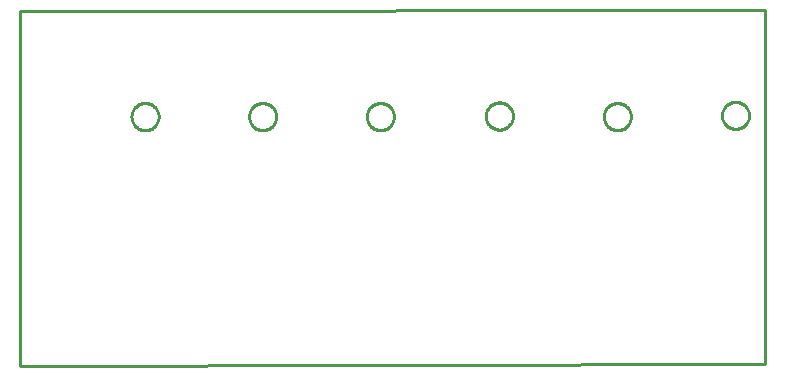
<source format=gbr>
G04 EAGLE Gerber RS-274X export*
G75*
%MOMM*%
%FSLAX34Y34*%
%LPD*%
%IN*%
%IPPOS*%
%AMOC8*
5,1,8,0,0,1.08239X$1,22.5*%
G01*
%ADD10C,0.254000*%


D10*
X-20000Y0D02*
X611000Y1100D01*
X611000Y301100D01*
X-20000Y300000D01*
X-20000Y0D01*
X97200Y210248D02*
X97129Y209347D01*
X96988Y208455D01*
X96777Y207576D01*
X96498Y206717D01*
X96152Y205882D01*
X95741Y205077D01*
X95269Y204306D01*
X94738Y203575D01*
X94151Y202888D01*
X93512Y202249D01*
X92825Y201662D01*
X92094Y201131D01*
X91323Y200659D01*
X90518Y200248D01*
X89683Y199902D01*
X88824Y199623D01*
X87945Y199412D01*
X87053Y199271D01*
X86152Y199200D01*
X85248Y199200D01*
X84347Y199271D01*
X83455Y199412D01*
X82576Y199623D01*
X81717Y199902D01*
X80882Y200248D01*
X80077Y200659D01*
X79306Y201131D01*
X78575Y201662D01*
X77888Y202249D01*
X77249Y202888D01*
X76662Y203575D01*
X76131Y204306D01*
X75659Y205077D01*
X75248Y205882D01*
X74902Y206717D01*
X74623Y207576D01*
X74412Y208455D01*
X74271Y209347D01*
X74200Y210248D01*
X74200Y211152D01*
X74271Y212053D01*
X74412Y212945D01*
X74623Y213824D01*
X74902Y214683D01*
X75248Y215518D01*
X75659Y216323D01*
X76131Y217094D01*
X76662Y217825D01*
X77249Y218512D01*
X77888Y219151D01*
X78575Y219738D01*
X79306Y220269D01*
X80077Y220741D01*
X80882Y221152D01*
X81717Y221498D01*
X82576Y221777D01*
X83455Y221988D01*
X84347Y222129D01*
X85248Y222200D01*
X86152Y222200D01*
X87053Y222129D01*
X87945Y221988D01*
X88824Y221777D01*
X89683Y221498D01*
X90518Y221152D01*
X91323Y220741D01*
X92094Y220269D01*
X92825Y219738D01*
X93512Y219151D01*
X94151Y218512D01*
X94738Y217825D01*
X95269Y217094D01*
X95741Y216323D01*
X96152Y215518D01*
X96498Y214683D01*
X96777Y213824D01*
X96988Y212945D01*
X97129Y212053D01*
X97200Y211152D01*
X97200Y210248D01*
X196800Y210248D02*
X196729Y209347D01*
X196588Y208455D01*
X196377Y207576D01*
X196098Y206717D01*
X195752Y205882D01*
X195341Y205077D01*
X194869Y204306D01*
X194338Y203575D01*
X193751Y202888D01*
X193112Y202249D01*
X192425Y201662D01*
X191694Y201131D01*
X190923Y200659D01*
X190118Y200248D01*
X189283Y199902D01*
X188424Y199623D01*
X187545Y199412D01*
X186653Y199271D01*
X185752Y199200D01*
X184848Y199200D01*
X183947Y199271D01*
X183055Y199412D01*
X182176Y199623D01*
X181317Y199902D01*
X180482Y200248D01*
X179677Y200659D01*
X178906Y201131D01*
X178175Y201662D01*
X177488Y202249D01*
X176849Y202888D01*
X176262Y203575D01*
X175731Y204306D01*
X175259Y205077D01*
X174848Y205882D01*
X174502Y206717D01*
X174223Y207576D01*
X174012Y208455D01*
X173871Y209347D01*
X173800Y210248D01*
X173800Y211152D01*
X173871Y212053D01*
X174012Y212945D01*
X174223Y213824D01*
X174502Y214683D01*
X174848Y215518D01*
X175259Y216323D01*
X175731Y217094D01*
X176262Y217825D01*
X176849Y218512D01*
X177488Y219151D01*
X178175Y219738D01*
X178906Y220269D01*
X179677Y220741D01*
X180482Y221152D01*
X181317Y221498D01*
X182176Y221777D01*
X183055Y221988D01*
X183947Y222129D01*
X184848Y222200D01*
X185752Y222200D01*
X186653Y222129D01*
X187545Y221988D01*
X188424Y221777D01*
X189283Y221498D01*
X190118Y221152D01*
X190923Y220741D01*
X191694Y220269D01*
X192425Y219738D01*
X193112Y219151D01*
X193751Y218512D01*
X194338Y217825D01*
X194869Y217094D01*
X195341Y216323D01*
X195752Y215518D01*
X196098Y214683D01*
X196377Y213824D01*
X196588Y212945D01*
X196729Y212053D01*
X196800Y211152D01*
X196800Y210248D01*
X296400Y210248D02*
X296329Y209347D01*
X296188Y208455D01*
X295977Y207576D01*
X295698Y206717D01*
X295352Y205882D01*
X294941Y205077D01*
X294469Y204306D01*
X293938Y203575D01*
X293351Y202888D01*
X292712Y202249D01*
X292025Y201662D01*
X291294Y201131D01*
X290523Y200659D01*
X289718Y200248D01*
X288883Y199902D01*
X288024Y199623D01*
X287145Y199412D01*
X286253Y199271D01*
X285352Y199200D01*
X284448Y199200D01*
X283547Y199271D01*
X282655Y199412D01*
X281776Y199623D01*
X280917Y199902D01*
X280082Y200248D01*
X279277Y200659D01*
X278506Y201131D01*
X277775Y201662D01*
X277088Y202249D01*
X276449Y202888D01*
X275862Y203575D01*
X275331Y204306D01*
X274859Y205077D01*
X274448Y205882D01*
X274102Y206717D01*
X273823Y207576D01*
X273612Y208455D01*
X273471Y209347D01*
X273400Y210248D01*
X273400Y211152D01*
X273471Y212053D01*
X273612Y212945D01*
X273823Y213824D01*
X274102Y214683D01*
X274448Y215518D01*
X274859Y216323D01*
X275331Y217094D01*
X275862Y217825D01*
X276449Y218512D01*
X277088Y219151D01*
X277775Y219738D01*
X278506Y220269D01*
X279277Y220741D01*
X280082Y221152D01*
X280917Y221498D01*
X281776Y221777D01*
X282655Y221988D01*
X283547Y222129D01*
X284448Y222200D01*
X285352Y222200D01*
X286253Y222129D01*
X287145Y221988D01*
X288024Y221777D01*
X288883Y221498D01*
X289718Y221152D01*
X290523Y220741D01*
X291294Y220269D01*
X292025Y219738D01*
X292712Y219151D01*
X293351Y218512D01*
X293938Y217825D01*
X294469Y217094D01*
X294941Y216323D01*
X295352Y215518D01*
X295698Y214683D01*
X295977Y213824D01*
X296188Y212945D01*
X296329Y212053D01*
X296400Y211152D01*
X296400Y210248D01*
X397100Y210748D02*
X397029Y209847D01*
X396888Y208955D01*
X396677Y208076D01*
X396398Y207217D01*
X396052Y206382D01*
X395641Y205577D01*
X395169Y204806D01*
X394638Y204075D01*
X394051Y203388D01*
X393412Y202749D01*
X392725Y202162D01*
X391994Y201631D01*
X391223Y201159D01*
X390418Y200748D01*
X389583Y200402D01*
X388724Y200123D01*
X387845Y199912D01*
X386953Y199771D01*
X386052Y199700D01*
X385148Y199700D01*
X384247Y199771D01*
X383355Y199912D01*
X382476Y200123D01*
X381617Y200402D01*
X380782Y200748D01*
X379977Y201159D01*
X379206Y201631D01*
X378475Y202162D01*
X377788Y202749D01*
X377149Y203388D01*
X376562Y204075D01*
X376031Y204806D01*
X375559Y205577D01*
X375148Y206382D01*
X374802Y207217D01*
X374523Y208076D01*
X374312Y208955D01*
X374171Y209847D01*
X374100Y210748D01*
X374100Y211652D01*
X374171Y212553D01*
X374312Y213445D01*
X374523Y214324D01*
X374802Y215183D01*
X375148Y216018D01*
X375559Y216823D01*
X376031Y217594D01*
X376562Y218325D01*
X377149Y219012D01*
X377788Y219651D01*
X378475Y220238D01*
X379206Y220769D01*
X379977Y221241D01*
X380782Y221652D01*
X381617Y221998D01*
X382476Y222277D01*
X383355Y222488D01*
X384247Y222629D01*
X385148Y222700D01*
X386052Y222700D01*
X386953Y222629D01*
X387845Y222488D01*
X388724Y222277D01*
X389583Y221998D01*
X390418Y221652D01*
X391223Y221241D01*
X391994Y220769D01*
X392725Y220238D01*
X393412Y219651D01*
X394051Y219012D01*
X394638Y218325D01*
X395169Y217594D01*
X395641Y216823D01*
X396052Y216018D01*
X396398Y215183D01*
X396677Y214324D01*
X396888Y213445D01*
X397029Y212553D01*
X397100Y211652D01*
X397100Y210748D01*
X497000Y210248D02*
X496929Y209347D01*
X496788Y208455D01*
X496577Y207576D01*
X496298Y206717D01*
X495952Y205882D01*
X495541Y205077D01*
X495069Y204306D01*
X494538Y203575D01*
X493951Y202888D01*
X493312Y202249D01*
X492625Y201662D01*
X491894Y201131D01*
X491123Y200659D01*
X490318Y200248D01*
X489483Y199902D01*
X488624Y199623D01*
X487745Y199412D01*
X486853Y199271D01*
X485952Y199200D01*
X485048Y199200D01*
X484147Y199271D01*
X483255Y199412D01*
X482376Y199623D01*
X481517Y199902D01*
X480682Y200248D01*
X479877Y200659D01*
X479106Y201131D01*
X478375Y201662D01*
X477688Y202249D01*
X477049Y202888D01*
X476462Y203575D01*
X475931Y204306D01*
X475459Y205077D01*
X475048Y205882D01*
X474702Y206717D01*
X474423Y207576D01*
X474212Y208455D01*
X474071Y209347D01*
X474000Y210248D01*
X474000Y211152D01*
X474071Y212053D01*
X474212Y212945D01*
X474423Y213824D01*
X474702Y214683D01*
X475048Y215518D01*
X475459Y216323D01*
X475931Y217094D01*
X476462Y217825D01*
X477049Y218512D01*
X477688Y219151D01*
X478375Y219738D01*
X479106Y220269D01*
X479877Y220741D01*
X480682Y221152D01*
X481517Y221498D01*
X482376Y221777D01*
X483255Y221988D01*
X484147Y222129D01*
X485048Y222200D01*
X485952Y222200D01*
X486853Y222129D01*
X487745Y221988D01*
X488624Y221777D01*
X489483Y221498D01*
X490318Y221152D01*
X491123Y220741D01*
X491894Y220269D01*
X492625Y219738D01*
X493312Y219151D01*
X493951Y218512D01*
X494538Y217825D01*
X495069Y217094D01*
X495541Y216323D01*
X495952Y215518D01*
X496298Y214683D01*
X496577Y213824D01*
X496788Y212945D01*
X496929Y212053D01*
X497000Y211152D01*
X497000Y210248D01*
X597100Y211348D02*
X597029Y210447D01*
X596888Y209555D01*
X596677Y208676D01*
X596398Y207817D01*
X596052Y206982D01*
X595641Y206177D01*
X595169Y205406D01*
X594638Y204675D01*
X594051Y203988D01*
X593412Y203349D01*
X592725Y202762D01*
X591994Y202231D01*
X591223Y201759D01*
X590418Y201348D01*
X589583Y201002D01*
X588724Y200723D01*
X587845Y200512D01*
X586953Y200371D01*
X586052Y200300D01*
X585148Y200300D01*
X584247Y200371D01*
X583355Y200512D01*
X582476Y200723D01*
X581617Y201002D01*
X580782Y201348D01*
X579977Y201759D01*
X579206Y202231D01*
X578475Y202762D01*
X577788Y203349D01*
X577149Y203988D01*
X576562Y204675D01*
X576031Y205406D01*
X575559Y206177D01*
X575148Y206982D01*
X574802Y207817D01*
X574523Y208676D01*
X574312Y209555D01*
X574171Y210447D01*
X574100Y211348D01*
X574100Y212252D01*
X574171Y213153D01*
X574312Y214045D01*
X574523Y214924D01*
X574802Y215783D01*
X575148Y216618D01*
X575559Y217423D01*
X576031Y218194D01*
X576562Y218925D01*
X577149Y219612D01*
X577788Y220251D01*
X578475Y220838D01*
X579206Y221369D01*
X579977Y221841D01*
X580782Y222252D01*
X581617Y222598D01*
X582476Y222877D01*
X583355Y223088D01*
X584247Y223229D01*
X585148Y223300D01*
X586052Y223300D01*
X586953Y223229D01*
X587845Y223088D01*
X588724Y222877D01*
X589583Y222598D01*
X590418Y222252D01*
X591223Y221841D01*
X591994Y221369D01*
X592725Y220838D01*
X593412Y220251D01*
X594051Y219612D01*
X594638Y218925D01*
X595169Y218194D01*
X595641Y217423D01*
X596052Y216618D01*
X596398Y215783D01*
X596677Y214924D01*
X596888Y214045D01*
X597029Y213153D01*
X597100Y212252D01*
X597100Y211348D01*
M02*

</source>
